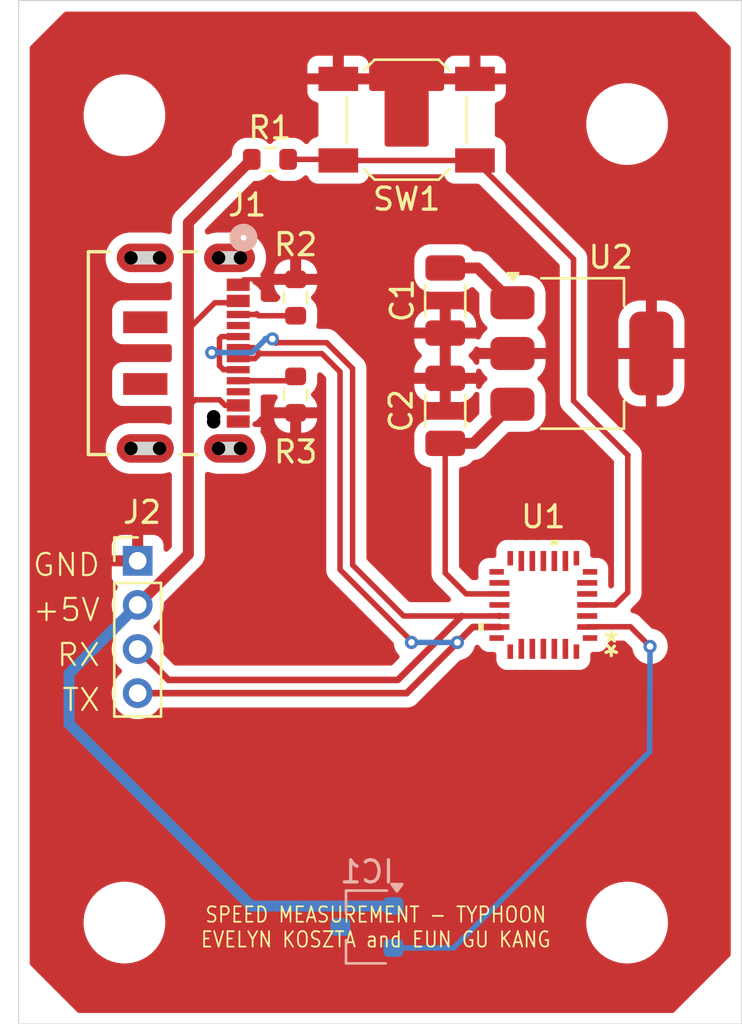
<source format=kicad_pcb>
(kicad_pcb (version 20240108) (generator "pcbnew") (generator_version "8.0")
  (layers (0 "F.Cu" signal) (31 "B.Cu" signal) (34 "B.Paste" user) (35 "F.Paste" user) (36 "B.SilkS" user "B.Silkscreen") (37 "F.SilkS" user "F.Silkscreen") (38 "B.Mask" user) (39 "F.Mask" user) (44 "Edge.Cuts" user))
  (net 0 "")
  (net 2 "GND")
  (net 9 "+3V3")
  (net 25 "Net-(IC1-OUTPUT)")
  (net 26 "+5V")
  (net 27 "Net-(U1A-NRST)")
  (net 28 "Net-(J1-CC1)")
  (net 29 "Net-(J1-CC2)")
  (net 32 "CAN_RX")
  (net 33 "CAN_TX")
  (footprint "Capacitor_SMD:C_1206_3216Metric" (layer "F.Cu") (at 88.15 70.2 90)
    (property "Reference" "C2" (at 0 -2 -90) (layer "F.SilkS"))
    (property "Value" "22u")
    (fp_line (start -0.711252 -0.91) (end 0.711252 -0.91) (stroke (width 0.12)) (layer "F.SilkS"))
    (fp_line (start -0.711252 0.91) (end 0.711252 0.91) (stroke (width 0.12)) (layer "F.SilkS"))
    (pad "1" smd roundrect (at -1.475 0 90) (size 1.15 1.8) (layers "F.Cu" "F.Paste" "F.Mask") (roundrect_rratio 0.217391) (net 9 "+3V3"))
    (pad "2" smd roundrect (at 1.475 0 90) (size 1.15 1.8) (layers "F.Cu" "F.Paste" "F.Mask") (roundrect_rratio 0.217391) (net 2 "GND"))
  )
  (footprint "Package_TO_SOT_SMD:SOT-223-3_TabPin2" (layer "F.Cu") (at 94.35 67.6)
    (property "Reference" "U2" (at 1.31 -4.36 0) (layer "F.SilkS"))
    (property "Value" "TS2940CW33_RPG")
    (fp_line (start -1.85 -3.41) (end 1.91 -3.41) (stroke (width 0.12)) (layer "F.SilkS"))
    (fp_line (start -1.85 3.41) (end 1.91 3.41) (stroke (width 0.12)) (layer "F.SilkS"))
    (fp_line (start 1.91 -3.41) (end 1.91 -2.15) (stroke (width 0.12)) (layer "F.SilkS"))
    (fp_line (start 1.91 3.41) (end 1.91 2.15) (stroke (width 0.12)) (layer "F.SilkS"))
    (fp_poly (pts (xy -3.13 -3.31) (xy -3.37 -3.64) (xy -2.89 -3.64) (xy -3.13 -3.31)) (stroke (width 0.12)) (fill solid) (layer "F.SilkS"))
    (pad "1" smd roundrect (at -3.15 -2.3) (size 2 1.5) (layers "F.Cu" "F.Paste" "F.Mask") (net 26 "+5V"))
    (pad "2" smd roundrect (at -3.15 0) (size 2 1.5) (layers "F.Cu" "F.Paste" "F.Mask") (net 2 "GND"))
    (pad "2" smd roundrect (at 3.15 0) (size 2 3.8) (layers "F.Cu" "F.Paste" "F.Mask") (net 2 "GND"))
    (pad "3" smd roundrect (at -3.15 2.3) (size 2 1.5) (layers "F.Cu" "F.Paste" "F.Mask") (net 9 "+3V3"))
  )
  (footprint "Capacitor_SMD:C_1206_3216Metric" (layer "F.Cu") (at 88.15 65.2 -90)
    (property "Reference" "C1" (at 0 1.95 90) (layer "F.SilkS"))
    (property "Value" "0.47u")
    (fp_line (start -0.711252 0.91) (end 0.711252 0.91) (stroke (width 0.12)) (layer "F.SilkS"))
    (fp_line (start -0.711252 -0.91) (end 0.711252 -0.91) (stroke (width 0.12)) (layer "F.SilkS"))
    (pad "1" smd roundrect (at -1.475 0 270) (size 1.15 1.8) (layers "F.Cu" "F.Paste" "F.Mask") (roundrect_rratio 0.217391) (net 26 "+5V"))
    (pad "2" smd roundrect (at 1.475 0 270) (size 1.15 1.8) (layers "F.Cu" "F.Paste" "F.Mask") (roundrect_rratio 0.217391) (net 2 "GND"))
  )
  (footprint "Resistor_SMD:R_0603_1608Metric" (layer "F.Cu") (at 81.365689 69.464732 -90)
    (property "Reference" "R3" (at 2.6 0 180) (layer "F.SilkS"))
    (property "Value" "5.1k")
    (fp_line (start -0.237258 0.5225) (end 0.237258 0.5225) (stroke (width 0.12)) (layer "F.SilkS"))
    (fp_line (start -0.237258 -0.5225) (end 0.237258 -0.5225) (stroke (width 0.12)) (layer "F.SilkS"))
    (pad "1" smd roundrect (at -0.825 0 270) (size 0.8 0.95) (layers "F.Cu" "F.Paste" "F.Mask") (net 29 "Net-(J1-CC2)"))
    (pad "2" smd roundrect (at 0.825 0 270) (size 0.8 0.95) (layers "F.Cu" "F.Paste" "F.Mask") (net 2 "GND"))
  )
  (footprint "DX07S016JA3R1500_USBC:CONN12_DX07S_JAE" (layer "F.Cu") (at 75.5451 67.584734 -90)
    (property "Reference" "J1" (at -6.720002 -3.620589 0) (layer "F.SilkS"))
    (property "Value" "DX07S016JA3R1500")
    (fp_circle (center -5.2324 -3.4544) (end -4.8514 -3.4544) (stroke (width 0.508)) (fill none) (layer "B.SilkS"))
    (fp_line (start -4.5974 3.5814) (end -4.5974 2.587499) (stroke (width 0.1524)) (layer "F.SilkS"))
    (fp_line (start 4.5974 3.5814) (end -4.5974 3.5814) (stroke (width 0.1524)) (layer "F.SilkS"))
    (fp_line (start 4.5974 2.587499) (end 4.5974 3.5814) (stroke (width 0.1524)) (layer "F.SilkS"))
    (fp_line (start -4.5974 -0.588677) (end -4.5974 -1.37221) (stroke (width 0.1524)) (layer "F.SilkS"))
    (fp_line (start 4.5974 -1.37221) (end 4.5974 -0.588677) (stroke (width 0.1524)) (layer "F.SilkS"))
    (fp_line (start -4.320032 1.647111) (end -4.320032 0.351711) (stroke (width 0.6096)) (layer "Edge.Cuts"))
    (fp_line (start 4.320032 1.647111) (end 4.320032 0.351711) (stroke (width 0.6096)) (layer "Edge.Cuts"))
    (fp_line (start 2.8857 -2.100713) (end 3.1143 -2.100713) (stroke (width 0.6096)) (layer "Edge.Cuts"))
    (fp_line (start -4.32 -2.325289) (end -4.32 -3.315889) (stroke (width 0.6096)) (layer "Edge.Cuts"))
    (fp_line (start 4.32 -2.325289) (end 4.32 -3.315889) (stroke (width 0.6096)) (layer "Edge.Cuts"))
    (pad "" np_thru_hole circle (at -4.320032 0.351711 270) (size 0.6096 0.6096) (drill 0.6096) (layers))
    (pad "" np_thru_hole circle (at -4.320032 1.647111 270) (size 0.6096 0.6096) (drill 0.6096) (layers))
    (pad "" np_thru_hole circle (at -4.32 -3.315889 270) (size 0.6096 0.6096) (drill 0.6096) (layers))
    (pad "" np_thru_hole circle (at -4.32 -2.325289 270) (size 0.6096 0.6096) (drill 0.6096) (layers))
    (pad "" np_thru_hole circle (at -3 -2.100713 270) (size 0.6096 0.6096) (drill 0.6096) (layers "F&B.Cu" "*.Mask"))
    (pad "" np_thru_hole circle (at 2.8857 -2.100713 270) (size 0.6096 0.6096) (drill 0.6096) (layers))
    (pad "" np_thru_hole circle (at 3.1143 -2.100713 270) (size 0.6096 0.6096) (drill 0.6096) (layers))
    (pad "" np_thru_hole circle (at 4.32 -3.315889 270) (size 0.6096 0.6096) (drill 0.6096) (layers))
    (pad "" np_thru_hole circle (at 4.32 -2.325289 270) (size 0.6096 0.6096) (drill 0.6096) (layers))
    (pad "" np_thru_hole circle (at 4.320032 0.351711 270) (size 0.6096 0.6096) (drill 0.6096) (layers))
    (pad "" np_thru_hole circle (at 4.320032 1.647111 270) (size 0.6096 0.6096) (drill 0.6096) (layers))
    (pad "1" smd rect (at -3.1 -3.215589 270) (size 0.5588 1.0414) (layers "F.Cu" "F.Paste" "F.Mask") (net 2 "GND"))
    (pad "2" smd rect (at -2.368067 -3.215589 270) (size 0.5588 1.0414) (layers "F.Cu" "F.Paste" "F.Mask") (net 26 "+5V"))
    (pad "3" smd rect (at -1.750441 -3.215589 270) (size 0.3302 1.0414) (layers "F.Cu" "F.Paste" "F.Mask") (net 28 "Net-(J1-CC1)"))
    (pad "4" smd rect (at -1.250315 -3.215589 270) (size 0.3302 1.0414) (layers "F.Cu" "F.Paste" "F.Mask"))
    (pad "5" smd rect (at -0.750189 -3.215589 270) (size 0.3302 1.0414) (layers "F.Cu" "F.Paste" "F.Mask") (net 32 "CAN_RX"))
    (pad "6" smd rect (at -0.250063 -3.215589 270) (size 0.3302 1.0414) (layers "F.Cu" "F.Paste" "F.Mask") (net 33 "CAN_TX"))
    (pad "7" smd rect (at 0.250063 -3.215589 270) (size 0.3302 1.0414) (layers "F.Cu" "F.Paste" "F.Mask") (net 33 "CAN_TX"))
    (pad "8" smd rect (at 0.750189 -3.215589 270) (size 0.3302 1.0414) (layers "F.Cu" "F.Paste" "F.Mask") (net 32 "CAN_RX"))
    (pad "9" smd rect (at 1.250315 -3.215589 270) (size 0.3302 1.0414) (layers "F.Cu" "F.Paste" "F.Mask") (net 29 "Net-(J1-CC2)"))
    (pad "10" smd rect (at 1.750441 -3.215589 270) (size 0.3302 1.0414) (layers "F.Cu" "F.Paste" "F.Mask"))
    (pad "11" smd rect (at 2.368067 -3.215589 270) (size 0.5588 1.0414) (layers "F.Cu" "F.Paste" "F.Mask") (net 26 "+5V"))
    (pad "12" smd rect (at 3.1 -3.215589 270) (size 0.5588 1.0414) (layers "F.Cu" "F.Paste" "F.Mask") (net 2 "GND"))
    (pad "13" smd oval (at -4.320002 -2.820589 270) (size 1.2954 2.3114) (layers "F.Cu" "F.Paste" "F.Mask"))
    (pad "14" smd oval (at 4.320002 -2.820589 270) (size 1.2954 2.3114) (layers "F.Cu" "F.Paste" "F.Mask"))
    (pad "15" smd oval (at -4.320032 0.999411 270) (size 1.2954 2.5908) (layers "F.Cu" "F.Paste" "F.Mask"))
    (pad "16" smd oval (at 4.320032 0.999411 270) (size 1.2954 2.5908) (layers "F.Cu" "F.Paste" "F.Mask"))
    (pad "17" smd rect (at -1.4 0.999287 270) (size 0.9906 2.0066) (layers "F.Cu" "F.Paste" "F.Mask"))
    (pad "18" smd rect (at 1.4 0.999287 270) (size 0.9906 2.0066) (layers "F.Cu" "F.Paste" "F.Mask"))
  )
  (footprint "MountingHole:MountingHole_3.2mm_M3_ISO14580" (layer "F.Cu") (at 96.4 57.2)
    (property "Reference" "H1" (hide yes))
    (property "Value" "MountingHole")
    (pad "" np_thru_hole circle (at 0 0) (size 3.2 3.2) (drill 3.2) (layers "*.Cu" "*.Mask"))
  )
  (footprint "MountingHole:MountingHole_3.2mm_M3_ISO14580" (layer "F.Cu") (at 73.6 56.8)
    (property "Reference" "H2" (hide yes))
    (property "Value" "MountingHole")
    (pad "" np_thru_hole circle (at 0 0) (size 3.2 3.2) (drill 3.2) (layers "*.Cu" "*.Mask"))
  )
  (footprint "STM32:UFQFPN28-4x4mm-M" (layer "F.Cu") (at 92.6 79 180)
    (property "Reference" "U1" (at 0 4 0) (layer "F.SilkS"))
    (property "Value" "STM32F042G6U6TR")
    (fp_poly (pts (xy 2.952699 -1.190501) (xy 2.952699 -0.809501) (xy 2.698699 -0.809501) (xy 2.698699 -1.190501)) (fill solid) (layer "F.SilkS"))
    (fp_poly (pts (xy -0.690499 2.698699) (xy -0.690499 2.952699) (xy -0.309499 2.952699) (xy -0.309499 2.698699)) (fill solid) (layer "F.SilkS"))
    (fp_text user "*" (at -3.079699 -1.75 180) (layer "F.SilkS"))
    (fp_text user "*" (at -3.079699 -1.75 180) (layer "F.SilkS"))
    (pad "1" smd rect (at -2.1177 -1.5 270) (size 0.2548 0.653999) (layers "F.Cu" "F.Paste" "F.Mask"))
    (pad "2" smd rect (at -1.9907 -1.000001 270) (size 0.2548 0.907999) (layers "F.Cu" "F.Paste" "F.Mask") (net 25 "Net-(IC1-OUTPUT)"))
    (pad "3" smd rect (at -1.9907 -0.499999 270) (size 0.2548 0.907999) (layers "F.Cu" "F.Paste" "F.Mask"))
    (pad "4" smd rect (at -1.9907 0 270) (size 0.2548 0.907999) (layers "F.Cu" "F.Paste" "F.Mask") (net 27 "Net-(U1A-NRST)"))
    (pad "5" smd rect (at -1.9907 0.499999 270) (size 0.2548 0.907999) (layers "F.Cu" "F.Paste" "F.Mask"))
    (pad "6" smd rect (at -1.9907 1.000001 270) (size 0.2548 0.907999) (layers "F.Cu" "F.Paste" "F.Mask"))
    (pad "7" smd rect (at -2.1177 1.5 270) (size 0.2548 0.653999) (layers "F.Cu" "F.Paste" "F.Mask"))
    (pad "8" smd rect (at -1.5 2.1177 180) (size 0.2548 0.653999) (layers "F.Cu" "F.Paste" "F.Mask"))
    (pad "9" smd rect (at -1.000001 1.9907 180) (size 0.2548 0.907999) (layers "F.Cu" "F.Paste" "F.Mask"))
    (pad "10" smd rect (at -0.499999 1.9907 180) (size 0.2548 0.907999) (layers "F.Cu" "F.Paste" "F.Mask"))
    (pad "11" smd rect (at 0 1.9907 180) (size 0.2548 0.907999) (layers "F.Cu" "F.Paste" "F.Mask"))
    (pad "12" smd rect (at 0.499999 1.9907 180) (size 0.2548 0.907999) (layers "F.Cu" "F.Paste" "F.Mask"))
    (pad "13" smd rect (at 1.000001 1.9907 180) (size 0.2548 0.907999) (layers "F.Cu" "F.Paste" "F.Mask"))
    (pad "14" smd rect (at 1.5 2.1177 180) (size 0.2548 0.653999) (layers "F.Cu" "F.Paste" "F.Mask"))
    (pad "15" smd rect (at 2.1177 1.5 270) (size 0.2548 0.653999) (layers "F.Cu" "F.Paste" "F.Mask"))
    (pad "16" smd rect (at 1.9907 1.000001 270) (size 0.2548 0.907999) (layers "F.Cu" "F.Paste" "F.Mask") (net 2 "GND"))
    (pad "17" smd rect (at 1.9907 0.499999 270) (size 0.2548 0.907999) (layers "F.Cu" "F.Paste" "F.Mask") (net 9 "+3V3"))
    (pad "18" smd rect (at 1.9907 0 270) (size 0.2548 0.907999) (layers "F.Cu" "F.Paste" "F.Mask"))
    (pad "19" smd rect (at 1.9907 -0.499999 270) (size 0.2548 0.907999) (layers "F.Cu" "F.Paste" "F.Mask") (net 32 "CAN_RX"))
    (pad "20" smd rect (at 1.9907 -1.000001 270) (size 0.2548 0.907999) (layers "F.Cu" "F.Paste" "F.Mask") (net 33 "CAN_TX"))
    (pad "21" smd rect (at 2.1177 -1.5 270) (size 0.2548 0.653999) (layers "F.Cu" "F.Paste" "F.Mask"))
    (pad "22" smd rect (at 1.5 -2.1177 180) (size 0.2548 0.653999) (layers "F.Cu" "F.Paste" "F.Mask"))
    (pad "23" smd rect (at 1.000001 -1.9907 180) (size 0.2548 0.907999) (layers "F.Cu" "F.Paste" "F.Mask"))
    (pad "24" smd rect (at 0.499999 -1.9907 180) (size 0.2548 0.907999) (layers "F.Cu" "F.Paste" "F.Mask"))
    (pad "25" smd rect (at 0 -1.9907 180) (size 0.2548 0.907999) (layers "F.Cu" "F.Paste" "F.Mask"))
    (pad "26" smd rect (at -0.499999 -1.9907 180) (size 0.2548 0.907999) (layers "F.Cu" "F.Paste" "F.Mask"))
    (pad "27" smd rect (at -1.000001 -1.9907 180) (size 0.2548 0.907999) (layers "F.Cu" "F.Paste" "F.Mask"))
    (pad "28" smd rect (at -1.5 -2.1177 180) (size 0.2548 0.653999) (layers "F.Cu" "F.Paste" "F.Mask"))
  )
  (footprint "Resistor_SMD:R_0603_1608Metric" (layer "F.Cu") (at 80.2 58.8)
    (property "Reference" "R1" (at 0 -1.43 0) (layer "F.SilkS"))
    (property "Value" "10K")
    (fp_line (start -0.237258 -0.5225) (end 0.237258 -0.5225) (stroke (width 0.12)) (layer "F.SilkS"))
    (fp_line (start -0.237258 0.5225) (end 0.237258 0.5225) (stroke (width 0.12)) (layer "F.SilkS"))
    (pad "1" smd roundrect (at -0.825 0) (size 0.8 0.95) (layers "F.Cu" "F.Paste" "F.Mask") (net 26 "+5V"))
    (pad "2" smd roundrect (at 0.825 0) (size 0.8 0.95) (layers "F.Cu" "F.Paste" "F.Mask") (net 27 "Net-(U1A-NRST)"))
  )
  (footprint "MountingHole:MountingHole_3.2mm_M3_ISO14580" (layer "F.Cu") (at 73.6 93.4)
    (property "Reference" "H3" (hide yes))
    (property "Value" "MountingHole")
    (pad "" np_thru_hole circle (at 0 0) (size 3.2 3.2) (drill 3.2) (layers "*.Cu" "*.Mask"))
  )
  (footprint "Button_Switch_SMD:SW_SPST_SKQG_WithStem" (layer "F.Cu") (at 86.4 57 180)
    (property "Reference" "SW1" (at 0 -3.6 180) (layer "F.SilkS"))
    (property "Value" "SW_Push")
    (fp_line (start 2.72 1.04) (end 2.72 -1.04) (stroke (width 0.12)) (layer "F.SilkS"))
    (fp_line (start 1.45 2.72) (end 1.94 2.23) (stroke (width 0.12)) (layer "F.SilkS"))
    (fp_line (start 1.45 -2.72) (end 1.94 -2.23) (stroke (width 0.12)) (layer "F.SilkS"))
    (fp_line (start -1.45 2.72) (end 1.45 2.72) (stroke (width 0.12)) (layer "F.SilkS"))
    (fp_line (start -1.45 2.72) (end -1.94 2.23) (stroke (width 0.12)) (layer "F.SilkS"))
    (fp_line (start -1.45 -2.72) (end 1.45 -2.72) (stroke (width 0.12)) (layer "F.SilkS"))
    (fp_line (start -1.45 -2.72) (end -1.94 -2.23) (stroke (width 0.12)) (layer "F.SilkS"))
    (fp_line (start -2.72 1.04) (end -2.72 -1.04) (stroke (width 0.12)) (layer "F.SilkS"))
    (pad "1" smd rect (at -3.1 -1.85 180) (size 1.8 1.1) (layers "F.Cu" "F.Paste" "F.Mask") (net 27 "Net-(U1A-NRST)"))
    (pad "1" smd rect (at 3.1 -1.85 180) (size 1.8 1.1) (layers "F.Cu" "F.Paste" "F.Mask") (net 27 "Net-(U1A-NRST)"))
    (pad "2" smd rect (at -3.1 1.85 180) (size 1.8 1.1) (layers "F.Cu" "F.Paste" "F.Mask") (net 2 "GND"))
    (pad "2" smd rect (at 3.1 1.85 180) (size 1.8 1.1) (layers "F.Cu" "F.Paste" "F.Mask") (net 2 "GND"))
    (zone (net 0) (net_name "") (layer "F.Cu") (connect_pads (clearance 0)) (min_thickness 0.254)
      (keepout (tracks not_allowed) (vias not_allowed) (pads not_allowed) (copperpour not_allowed) (footprints not_allowed))
      (fill (thermal_gap 0.508) (thermal_bridge_width 0.508))
      (polygon (pts (xy 85.4 58.3) (xy 82.4 58.3) (xy 82.4 55.7) (xy 85.4 55.7)))
    )
    (zone (net 0) (net_name "") (layer "F.Cu") (connect_pads (clearance 0)) (min_thickness 0.254)
      (keepout (tracks not_allowed) (vias not_allowed) (pads not_allowed) (copperpour not_allowed) (footprints not_allowed))
      (fill (thermal_gap 0.508) (thermal_bridge_width 0.508))
      (polygon (pts (xy 90.4 58.3) (xy 87.4 58.3) (xy 87.4 55.7) (xy 90.4 55.7)))
    )
  )
  (footprint "MountingHole:MountingHole_3.2mm_M3_ISO14580" (layer "F.Cu") (at 96.4 93.4)
    (property "Reference" "H4" (hide yes))
    (property "Value" "MountingHole")
    (pad "" np_thru_hole circle (at 0 0) (size 3.2 3.2) (drill 3.2) (layers "*.Cu" "*.Mask"))
  )
  (footprint "Connector_PinHeader_2.00mm:PinHeader_1x04_P2.00mm_Vertical" (layer "F.Cu") (at 74.2 77)
    (property "Reference" "J2" (at 0.2 -2.2 0) (layer "F.SilkS"))
    (property "Value" "Conn_01x04_Pin")
    (fp_line (start -1.06 -1.06) (end 0 -1.06) (stroke (width 0.12)) (layer "F.SilkS"))
    (fp_line (start -1.06 0) (end -1.06 -1.06) (stroke (width 0.12)) (layer "F.SilkS"))
    (fp_line (start -1.06 1) (end -1.06 7.06) (stroke (width 0.12)) (layer "F.SilkS"))
    (fp_line (start -1.06 1) (end 1.06 1) (stroke (width 0.12)) (layer "F.SilkS"))
    (fp_line (start -1.06 7.06) (end 1.06 7.06) (stroke (width 0.12)) (layer "F.SilkS"))
    (fp_line (start 1.06 1) (end 1.06 7.06) (stroke (width 0.12)) (layer "F.SilkS"))
    (pad "1" thru_hole rect (at 0 0) (size 1.35 1.35) (drill 0.8) (layers "*.Cu" "*.Mask") (net 2 "GND"))
    (pad "2" thru_hole oval (at 0 2) (size 1.35 1.35) (drill 0.8) (layers "*.Cu" "*.Mask") (net 26 "+5V"))
    (pad "3" thru_hole oval (at 0 4) (size 1.35 1.35) (drill 0.8) (layers "*.Cu" "*.Mask") (net 32 "CAN_RX"))
    (pad "4" thru_hole oval (at 0 6) (size 1.35 1.35) (drill 0.8) (layers "*.Cu" "*.Mask") (net 33 "CAN_TX"))
  )
  (footprint "Resistor_SMD:R_0603_1608Metric" (layer "F.Cu") (at 81.365689 65.064732 90)
    (property "Reference" "R2" (at 2.4 0 0) (layer "F.SilkS"))
    (property "Value" "5.1k")
    (fp_line (start -0.237258 -0.5225) (end 0.237258 -0.5225) (stroke (width 0.12)) (layer "F.SilkS"))
    (fp_line (start -0.237258 0.5225) (end 0.237258 0.5225) (stroke (width 0.12)) (layer "F.SilkS"))
    (pad "1" smd roundrect (at -0.825 0 90) (size 0.8 0.95) (layers "F.Cu" "F.Paste" "F.Mask") (net 28 "Net-(J1-CC1)"))
    (pad "2" smd roundrect (at 0.825 0 90) (size 0.8 0.95) (layers "F.Cu" "F.Paste" "F.Mask") (net 2 "GND"))
  )
  (footprint "Package_TO_SOT_SMD:SC-59" (layer "B.Cu") (at 84.6 93.6 180)
    (property "Reference" "IC1" (at 0 2.5 180) (layer "B.SilkS") (effects (justify mirror)))
    (property "Value" "AH1912-W-7" (hide yes))
    (fp_line (start 0.95 1.65) (end -0.91 1.65) (stroke (width 0.12)) (layer "B.SilkS"))
    (fp_line (start 0.95 0.6) (end 0.95 1.65) (stroke (width 0.12)) (layer "B.SilkS"))
    (fp_line (start 0.95 -0.6) (end 0.95 -1.65) (stroke (width 0.12)) (layer "B.SilkS"))
    (fp_line (start 0.95 -1.65) (end -0.85 -1.65) (stroke (width 0.12)) (layer "B.SilkS"))
    (fp_poly (pts (xy -1.36 1.611676) (xy -1.12 1.941676) (xy -1.6 1.941676) (xy -1.36 1.611676)) (stroke (width 0.12)) (fill solid) (layer "B.SilkS"))
    (pad "1" smd roundrect (at -1.2 0.95 180) (size 0.9 0.8) (layers "B.Cu" "B.Paste" "B.Mask") (net 26 "+5V"))
    (pad "2" smd roundrect (at -1.2 -0.95 180) (size 0.9 0.8) (layers "B.Cu" "B.Paste" "B.Mask") (net 25 "Net-(IC1-OUTPUT)"))
    (pad "3" smd roundrect (at 1.2 0 180) (size 0.9 0.8) (layers "B.Cu" "B.Paste" "B.Mask") (net 2 "GND"))
  )
  (gr_poly (pts (xy 101.6 51.6) (xy 101.6 98) (xy 68.8 98) (xy 68.8 51.6)) (stroke (width 0.05)) (fill none) (layer "Edge.Cuts"))
  (gr_text "SPEED MEASUREMENT - TYPHOON\nEVELYN KOSZTA and EUN GU KANG" (at 85 94.58 0) (layer "F.SilkS") (effects (font (size 0.7 0.6) (thickness 0.08)) (justify bottom)))
  (gr_text "TX" (at 70.713333 83.89 0) (layer "F.SilkS") (effects (font (size 1 1) (thickness 0.1)) (justify left bottom)))
  (gr_text "GND" (at 69.38 77.77 0) (layer "F.SilkS") (effects (font (size 1 1) (thickness 0.1)) (justify left bottom)))
  (gr_text "RX" (at 70.475238 81.85 0) (layer "F.SilkS") (effects (font (size 1 1) (thickness 0.1)) (justify left bottom)))
  (gr_text "+5V" (at 69.38 79.81 0) (layer "F.SilkS") (effects (font (size 1 1) (thickness 0.1)) (justify left bottom)))
  (segment (start 79.005691 64.239732) (end 81.365689 64.239732) (width 0.2) (layer "F.Cu") (net 2))
  (segment (start 78.760689 64.484734) (end 79.005691 64.239732) (width 0.2) (layer "F.Cu") (net 2))
  (segment (start 88.15 71.675) (end 89.425 71.675) (width 0.5) (layer "F.Cu") (net 9))
  (segment (start 89.425 71.675) (end 91.2 69.9) (width 0.5) (layer "F.Cu") (net 9))
  (segment (start 89.100001 78.500001) (end 88.15 77.55) (width 0.25) (layer "F.Cu") (net 9))
  (segment (start 88.15 77.55) (end 88.15 71.675) (width 0.25) (layer "F.Cu") (net 9))
  (segment (start 90.6093 78.500001) (end 89.100001 78.500001) (width 0.25) (layer "F.Cu") (net 9))
  (segment (start 96.55 79.99) (end 94.600701 79.99) (width 0.25) (layer "F.Cu") (net 25))
  (segment (start 97.44 80.88) (end 96.55 79.99) (width 0.25) (layer "F.Cu") (net 25))
  (segment (start 94.600701 79.99) (end 94.5907 80.000001) (width 0.25) (layer "F.Cu") (net 25))
  (via (at 97.44 80.88) (size 0.6) (drill 0.3) (layers "F.Cu" "B.Cu") (net 25))
  (segment (start 97.44 80.88) (end 97.42 80.9) (width 0.25) (layer "B.Cu") (net 25))
  (segment (start 88.53 94.55) (end 97.42 85.66) (width 0.25) (layer "B.Cu") (net 25))
  (segment (start 85.8 94.55) (end 88.53 94.55) (width 0.25) (layer "B.Cu") (net 25))
  (segment (start 97.42 85.66) (end 97.44 80.88) (width 0.25) (layer "B.Cu") (net 25))
  (segment (start 77.914989 69.7) (end 76.8 69.7) (width 0.25) (layer "F.Cu") (net 26))
  (segment (start 76.5 66.5) (end 77.7 65.3) (width 0.25) (layer "F.Cu") (net 26))
  (segment (start 76.5 76.7) (end 76.5 70) (width 0.5) (layer "F.Cu") (net 26))
  (segment (start 77.7 65.3) (end 78.677356 65.3) (width 0.25) (layer "F.Cu") (net 26))
  (segment (start 76.5 70) (end 76.5 66.5) (width 0.5) (layer "F.Cu") (net 26))
  (segment (start 76.5 61.675) (end 79.375 58.8) (width 0.5) (layer "F.Cu") (net 26))
  (segment (start 74.2 79) (end 76.5 76.7) (width 0.5) (layer "F.Cu") (net 26))
  (segment (start 89.625 63.725) (end 91.2 65.3) (width 0.5) (layer "F.Cu") (net 26))
  (segment (start 76.8 69.7) (end 76.5 70) (width 0.25) (layer "F.Cu") (net 26))
  (segment (start 88.15 63.725) (end 89.625 63.725) (width 0.5) (layer "F.Cu") (net 26))
  (segment (start 78.760689 69.952801) (end 78.16779 69.952801) (width 0.25) (layer "F.Cu") (net 26))
  (segment (start 78.16779 69.952801) (end 77.914989 69.7) (width 0.25) (layer "F.Cu") (net 26))
  (segment (start 78.677356 65.3) (end 78.760689 65.216667) (width 0.25) (layer "F.Cu") (net 26))
  (segment (start 76.5 66.5) (end 76.5 61.675) (width 0.5) (layer "F.Cu") (net 26))
  (segment (start 71.09 82.11) (end 74.2 79) (width 0.5) (layer "B.Cu") (net 26))
  (segment (start 79.35 92.65) (end 71.09 84.39) (width 0.5) (layer "B.Cu") (net 26))
  (segment (start 85.8 92.65) (end 79.35 92.65) (width 0.5) (layer "B.Cu") (net 26))
  (segment (start 71.09 84.39) (end 71.09 82.11) (width 0.5) (layer "B.Cu") (net 26))
  (segment (start 94.5907 79) (end 95.86 79) (width 0.25) (layer "F.Cu") (net 27))
  (segment (start 93.97 63.32) (end 89.5 58.85) (width 0.25) (layer "F.Cu") (net 27))
  (segment (start 96.43 72.23) (end 96.44 72.22) (width 0.25) (layer "F.Cu") (net 27))
  (segment (start 81.025 58.8) (end 83.25 58.8) (width 0.25) (layer "F.Cu") (net 27))
  (segment (start 93.97 69.75) (end 93.97 63.32) (width 0.25) (layer "F.Cu") (net 27))
  (segment (start 96.43 78.43) (end 96.43 72.23) (width 0.25) (layer "F.Cu") (net 27))
  (segment (start 89.5 58.85) (end 83.3 58.85) (width 0.25) (layer "F.Cu") (net 27))
  (segment (start 83.25 58.8) (end 83.3 58.85) (width 0.25) (layer "F.Cu") (net 27))
  (segment (start 95.86 79) (end 96.43 78.43) (width 0.25) (layer "F.Cu") (net 27))
  (segment (start 96.44 72.22) (end 93.97 69.75) (width 0.25) (layer "F.Cu") (net 27))
  (segment (start 81.365689 65.889732) (end 79.689732 65.889732) (width 0.25) (layer "F.Cu") (net 28))
  (segment (start 79.6 65.8) (end 79.565707 65.834293) (width 0.25) (layer "F.Cu") (net 28))
  (segment (start 79.689732 65.889732) (end 79.6 65.8) (width 0.25) (layer "F.Cu") (net 28))
  (segment (start 79.565707 65.834293) (end 78.760689 65.834293) (width 0.25) (layer "F.Cu") (net 28))
  (segment (start 81.365689 68.639732) (end 81.170372 68.835049) (width 0.25) (layer "F.Cu") (net 29))
  (segment (start 81.170372 68.835049) (end 78.760689 68.835049) (width 0.25) (layer "F.Cu") (net 29))
  (segment (start 80.31 66.95) (end 80.31 66.94) (width 0.3) (layer "F.Cu") (net 32))
  (segment (start 77.62 67.53) (end 77.65 67.53) (width 0.25) (layer "F.Cu") (net 32))
  (segment (start 86 82.4) (end 75.6 82.4) (width 0.3) (layer "F.Cu") (net 32))
  (segment (start 77.91 67.53) (end 77.91 68.155011) (width 0.25) (layer "F.Cu") (net 32))
  (segment (start 86.26 79.5) (end 83.95 77.19) (width 0.25) (layer "F.Cu") (net 32))
  (segment (start 77.56 67.56) (end 77.62 67.53) (width 0.25) (layer "F.Cu") (net 32))
  (segment (start 83.95 68.29) (end 82.77 67.11) (width 0.25) (layer "F.Cu") (net 32))
  (segment (start 77.91 68.155011) (end 78.089912 68.334923) (width 0.25) (layer "F.Cu") (net 32))
  (segment (start 78.760689 66.834545) (end 78.005455 66.834545) (width 0.25) (layer "F.Cu") (net 32))
  (segment (start 88.9 79.5) (end 86.26 79.5) (width 0.25) (layer "F.Cu") (net 32))
  (segment (start 86 82.4) (end 88.9 79.5) (width 0.3) (layer "F.Cu") (net 32))
  (segment (start 80.31 66.94) (end 80.3 66.94) (width 0.3) (layer "F.Cu") (net 32))
  (segment (start 75.6 82.4) (end 74.2 81) (width 0.3) (layer "F.Cu") (net 32))
  (segment (start 77.68 67.53) (end 77.56 67.56) (width 0.25) (layer "F.Cu") (net 32))
  (segment (start 83.95 77.19) (end 83.95 68.29) (width 0.25) (layer "F.Cu") (net 32))
  (segment (start 77.91 67.53) (end 77.68 67.53) (width 0.25) (layer "F.Cu") (net 32))
  (segment (start 90.609299 79.5) (end 88.9 79.5) (width 0.25) (layer "F.Cu") (net 32))
  (segment (start 80.47 67.11) (end 80.31 66.95) (width 0.3) (layer "F.Cu") (net 32))
  (segment (start 82.77 67.11) (end 80.47 67.11) (width 0.25) (layer "F.Cu") (net 32))
  (segment (start 90.6093 79.499999) (end 90.609299 79.5) (width 0.3) (layer "F.Cu") (net 32))
  (segment (start 77.91 66.93) (end 77.91 67.53) (width 0.25) (layer "F.Cu") (net 32))
  (segment (start 78.005455 66.834545) (end 77.91 66.93) (width 0.25) (layer "F.Cu") (net 32))
  (segment (start 78.089912 68.334923) (end 78.760689 68.334923) (width 0.25) (layer "F.Cu") (net 32))
  (segment (start 80.3 66.94) (end 80.34 66.98) (width 0.3) (layer "F.Cu") (net 32))
  (via (at 80.31 66.94) (size 0.6) (drill 0.3) (layers "F.Cu" "B.Cu") (net 32))
  (via (at 77.56 67.56) (size 0.6) (drill 0.3) (layers "F.Cu" "B.Cu") (net 32))
  (segment (start 80.01 66.94) (end 79.39 67.56) (width 0.25) (layer "B.Cu") (net 32))
  (segment (start 79.39 67.56) (end 77.56 67.56) (width 0.25) (layer "B.Cu") (net 32))
  (segment (start 80.31 66.94) (end 80.01 66.94) (width 0.3) (layer "B.Cu") (net 32))
  (segment (start 83.38 77.4) (end 86.62 80.64) (width 0.25) (layer "F.Cu") (net 33))
  (segment (start 79.464671 67.334671) (end 79.74 67.61) (width 0.25) (layer "F.Cu") (net 33))
  (segment (start 86.62 80.7) (end 86.68 80.7) (width 0.25) (layer "F.Cu") (net 33))
  (segment (start 83.38 68.43) (end 83.38 77.4) (width 0.25) (layer "F.Cu") (net 33))
  (segment (start 79.74 67.61) (end 82.56 67.61) (width 0.25) (layer "F.Cu") (net 33))
  (segment (start 86.62 80.64) (end 86.62 80.7) (width 0.25) (layer "F.Cu") (net 33))
  (segment (start 86.68 80.7) (end 86.65 80.67) (width 0.25) (layer "F.Cu") (net 33))
  (segment (start 82.56 67.61) (end 83.38 68.43) (width 0.25) (layer "F.Cu") (net 33))
  (segment (start 88.7 80.7) (end 89.4 80) (width 0.3) (layer "F.Cu") (net 33))
  (segment (start 90.609299 80) (end 90.6093 80.000001) (width 0.3) (layer "F.Cu") (net 33))
  (segment (start 86.4 83) (end 74.2 83) (width 0.3) (layer "F.Cu") (net 33))
  (segment (start 89.4 80) (end 90.609299 80) (width 0.3) (layer "F.Cu") (net 33))
  (segment (start 79.74 67.61) (end 79.515203 67.834797) (width 0.25) (layer "F.Cu") (net 33))
  (segment (start 78.760689 67.334671) (end 79.464671 67.334671) (width 0.25) (layer "F.Cu") (net 33))
  (segment (start 88.7 80.7) (end 86.4 83) (width 0.3) (layer "F.Cu") (net 33))
  (segment (start 79.515203 67.834797) (end 78.760689 67.834797) (width 0.25) (layer "F.Cu") (net 33))
  (via (at 88.7 80.7) (size 0.6) (drill 0.3) (layers "F.Cu" "B.Cu") (net 33))
  (via (at 86.62 80.7) (size 0.6) (drill 0.3) (layers "F.Cu" "B.Cu") (net 33))
  (segment (start 86.62 80.7) (end 88.7 80.7) (width 0.25) (layer "B.Cu") (net 33))
  (zone (net 2) (net_name "GND") (layer "F.Cu") (connect_pads (clearance 0.5)) (min_thickness 0.25) (fill yes (thermal_gap 0.5) (thermal_bridge_width 0.5))
    (polygon (pts (xy 71 52) (xy 99.4 52) (xy 101.2 53.8) (xy 101.2 94.8) (xy 98.4 97.6) (xy 71.6 97.6) (xy 69.2 95.2) (xy 69.2 53.8)))
  )
)
</source>
